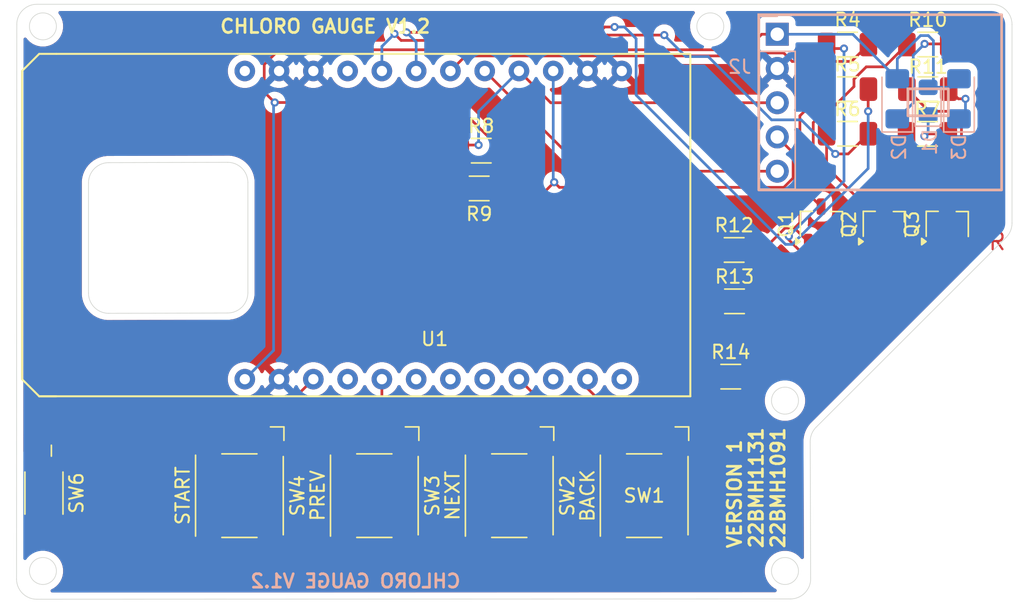
<source format=kicad_pcb>
(kicad_pcb (version 20241229) (generator "pcbnew") (generator_version "9.0")
  (layers (0 "F.Cu" signal) (2 "B.Cu" signal) (13 "F.Paste" user) (15 "B.Paste" user) (5 "F.SilkS" user "F.Silkscreen") (7 "B.SilkS" user "B.Silkscreen") (1 "F.Mask" user) (3 "B.Mask" user) (25 "Edge.Cuts" user))
  (net 0 "")
  (net 1 "GND")
  (net 2 "+5V")
  (net 3 "SCL")
  (net 4 "SDA")
  (net 5 "INT")
  (net 6 "BLUE_D13")
  (net 7 "Net-(U1-GPIO36)")
  (net 8 "Net-(U1-GPIO38)")
  (net 9 "BATT-INPUT")
  (net 10 "BATT-ESP")
  (net 12 "unconnected-(U1-GPIO12-Pad21)")
  (net 13 "+3.3V")
  (net 16 "RED_D15")
  (net 17 "NIR_D2")
  (net 18 "Net-(U1-GPIO25)")
  (net 19 "Net-(U1-GPIO27)")
  (net 22 "unconnected-(SW6-A-Pad3)")
  (net 23 "Net-(D1-K)")
  (net 24 "Net-(D2-K)")
  (net 25 "Net-(D3-K)")
  (net 26 "Net-(Q1-G)")
  (net 27 "Net-(Q1-D)")
  (net 28 "Net-(Q2-G)")
  (net 29 "Net-(Q2-D)")
  (net 30 "Net-(Q3-D)")
  (net 31 "Net-(Q3-G)")
  (footprint "Resistor_SMD:R_1206_3216Metric_Pad1.30x1.75mm_HandSolder" (layer "F.Cu") (at 148.489 91.821)
    (property "Reference" "R8" (at 0 -1.83 0) (layer "F.SilkS"))
    (property "Value" "1k")
    (fp_line (start -0.727064 -0.91) (end 0.727064 -0.91) (stroke (width 0.12)) (layer "F.SilkS"))
    (fp_line (start -0.727064 0.91) (end 0.727064 0.91) (stroke (width 0.12)) (layer "F.SilkS"))
    (pad "1" smd roundrect (at -1.55 0) (size 1.3 1.75) (layers "F.Cu" "F.Mask" "F.Paste") (roundrect_rratio 0.192308) (net 3 "SCL"))
    (pad "2" smd roundrect (at 1.55 0) (size 1.3 1.75) (layers "F.Cu" "F.Mask" "F.Paste") (roundrect_rratio 0.192308) (net 2 "+5V"))
  )
  (footprint "Package_TO_SOT_SMD:TSOT-23" (layer "F.Cu") (at 173.677 97.282 90)
    (property "Reference" "Q1" (at 0 -2.6 90) (layer "F.SilkS"))
    (property "Value" "IRLML2502")
    (fp_line (start 0.96 -1.54) (end -0.89 -1.54) (stroke (width 0.12)) (layer "F.SilkS"))
    (fp_line (start 0.96 -1.54) (end 0.96 -0.65) (stroke (width 0.12)) (layer "F.SilkS"))
    (fp_line (start 0.945 0.69) (end 0.945 1.58) (stroke (width 0.12)) (layer "F.SilkS"))
    (fp_line (start 0.945 1.58) (end -0.905 1.58) (stroke (width 0.12)) (layer "F.SilkS"))
    (fp_poly (pts (xy -1.28 -1.55) (xy -1.52 -1.88) (xy -1.04 -1.88) (xy -1.28 -1.55)) (stroke (width 0.12)) (fill yes) (layer "F.SilkS"))
    (pad "1" smd roundrect (at -1.31 -0.95 90) (size 1.22 0.65) (layers "F.Cu" "F.Mask" "F.Paste") (net 26 "Net-(Q1-G)"))
    (pad "2" smd roundrect (at -1.31 0.95 90) (size 1.22 0.65) (layers "F.Cu" "F.Mask" "F.Paste") (net 1 "GND"))
    (pad "3" smd roundrect (at 1.31 0 90) (size 1.22 0.65) (layers "F.Cu" "F.Mask" "F.Paste") (net 27 "Net-(Q1-D)"))
  )
  (footprint "Resistor_SMD:R_1206_3216Metric_Pad1.30x1.75mm_HandSolder" (layer "F.Cu") (at 148.336 94.623)
    (property "Reference" "R9" (at 0 1.897 0) (layer "F.SilkS"))
    (property "Value" "1k")
    (fp_line (start -0.727064 -0.91) (end 0.727064 -0.91) (stroke (width 0.12)) (layer "F.SilkS"))
    (fp_line (start -0.727064 0.91) (end 0.727064 0.91) (stroke (width 0.12)) (layer "F.SilkS"))
    (pad "1" smd roundrect (at -1.55 0) (size 1.3 1.75) (layers "F.Cu" "F.Mask" "F.Paste") (roundrect_rratio 0.192308) (net 4 "SDA"))
    (pad "2" smd roundrect (at 1.55 0) (size 1.3 1.75) (layers "F.Cu" "F.Mask" "F.Paste") (roundrect_rratio 0.192308) (net 2 "+5V"))
  )
  (footprint "Button_Switch_SMD:SW_SPST_Omron_B3FS-105xP" (layer "F.Cu") (at 160.564 117.411 -90)
    (property "Reference" "SW1" (at 0 0 180) (layer "F.SilkS"))
    (property "Value" "BACK" (at 0 4.2 90) (layer "F.SilkS"))
    (fp_line (start 3 3.25) (end -3 3.25) (stroke (width 0.12)) (layer "F.SilkS"))
    (fp_line (start -3.1 -1.3) (end -3.1 1.3) (stroke (width 0.12)) (layer "F.SilkS"))
    (fp_line (start 3.1 -1.3) (end 3.1 1.3) (stroke (width 0.12)) (layer "F.SilkS"))
    (fp_line (start -5.1 -2.3) (end -5.1 -3.3) (stroke (width 0.12)) (layer "F.SilkS"))
    (fp_line (start 2.9 -3.25) (end -2.9 -3.25) (stroke (width 0.12)) (layer "F.SilkS"))
    (fp_line (start -5.1 -3.3) (end -4.1 -3.3) (stroke (width 0.12)) (layer "F.SilkS"))
    (pad "1" smd rect (at -4 -2.25 90) (size 1.6 1.4) (layers "F.Cu" "F.Mask" "F.Paste") (net 7 "Net-(U1-GPIO36)"))
    (pad "1" smd rect (at 4 -2.25 90) (size 1.6 1.4) (layers "F.Cu" "F.Mask" "F.Paste"))
    (pad "2" smd rect (at -4 2.25 90) (size 1.6 1.4) (layers "F.Cu" "F.Mask" "F.Paste"))
    (pad "2" smd rect (at 4 2.25 90) (size 1.6 1.4) (layers "F.Cu" "F.Mask" "F.Paste") (net 1 "GND"))
  )
  (footprint "Button_Switch_SMD:SW_DIP_SPSTx01_Slide_Copal_CVS-01xB_W5.9mm_P1mm" (layer "F.Cu") (at 116.078 117.221 -90)
    (property "Reference" "SW6" (at 0 -2.41 90) (layer "F.SilkS"))
    (property "Value" "SW_Nidec_CAS-120A1")
    (fp_line (start -1.56 1.41) (end 1.56 1.41) (stroke (width 0.12)) (layer "F.SilkS"))
    (fp_line (start -3.55 -0.55) (end -2.74 -0.55) (stroke (width 0.12)) (layer "F.SilkS"))
    (fp_line (start -1.56 -1.41) (end 1.56 -1.41) (stroke (width 0.12)) (layer "F.SilkS"))
    (pad "1" smd roundrect (at -2.95 0 270) (size 1.2 0.5) (layers "F.Cu" "F.Mask" "F.Paste") (net 10 "BATT-ESP"))
    (pad "2" smd roundrect (at 2.95 0 270) (size 1.2 0.5) (layers "F.Cu" "F.Mask" "F.Paste") (net 9 "BATT-INPUT"))
    (pad "3" smd roundrect (at -2.15 -1 270) (size 0.7 0.7) (layers "F.Cu" "F.Mask" "F.Paste") (net 22 "unconnected-(SW6-A-Pad3)"))
    (pad "3" smd roundrect (at -2.15 1 270) (size 0.7 0.7) (layers "F.Cu" "F.Mask" "F.Paste") (net 22 "unconnected-(SW6-A-Pad3)"))
    (pad "3" smd roundrect (at 2.15 -1 270) (size 0.7 0.7) (layers "F.Cu" "F.Mask" "F.Paste") (net 22 "unconnected-(SW6-A-Pad3)"))
    (pad "3" smd roundrect (at 2.15 1 270) (size 0.7 0.7) (layers "F.Cu" "F.Mask" "F.Paste") (net 22 "unconnected-(SW6-A-Pad3)"))
  )
  (footprint "Resistor_SMD:R_1206_3216Metric_Pad1.30x1.75mm_HandSolder" (layer "F.Cu") (at 167.259 102.997)
    (property "Reference" "R13" (at 0 -1.83 0) (layer "F.SilkS"))
    (property "Value" "100K")
    (fp_line (start -0.727064 -0.91) (end 0.727064 -0.91) (stroke (width 0.12)) (layer "F.SilkS"))
    (fp_line (start -0.727064 0.91) (end 0.727064 0.91) (stroke (width 0.12)) (layer "F.SilkS"))
    (pad "1" smd roundrect (at -1.55 0) (size 1.3 1.75) (layers "F.Cu" "F.Mask" "F.Paste") (roundrect_rratio 0.192308) (net 1 "GND"))
    (pad "2" smd roundrect (at 1.55 0) (size 1.3 1.75) (layers "F.Cu" "F.Mask" "F.Paste") (roundrect_rratio 0.192308) (net 28 "Net-(Q2-G)"))
  )
  (footprint "Resistor_SMD:R_1206_3216Metric_Pad1.30x1.75mm_HandSolder" (layer "F.Cu") (at 167.233 99.187)
    (property "Reference" "R12" (at 0 -1.83 0) (layer "F.SilkS"))
    (property "Value" "100K")
    (fp_line (start -0.727064 -0.91) (end 0.727064 -0.91) (stroke (width 0.12)) (layer "F.SilkS"))
    (fp_line (start -0.727064 0.91) (end 0.727064 0.91) (stroke (width 0.12)) (layer "F.SilkS"))
    (pad "1" smd roundrect (at -1.55 0) (size 1.3 1.75) (layers "F.Cu" "F.Mask" "F.Paste") (roundrect_rratio 0.192308) (net 1 "GND"))
    (pad "2" smd roundrect (at 1.55 0) (size 1.3 1.75) (layers "F.Cu" "F.Mask" "F.Paste") (roundrect_rratio 0.192308) (net 26 "Net-(Q1-G)"))
  )
  (footprint "Resistor_SMD:R_1206_3216Metric_Pad1.30x1.75mm_HandSolder" (layer "F.Cu") (at 166.979 108.585)
    (property "Reference" "R14" (at 0 -1.83 0) (layer "F.SilkS"))
    (property "Value" "100K")
    (fp_line (start -0.727064 -0.91) (end 0.727064 -0.91) (stroke (width 0.12)) (layer "F.SilkS"))
    (fp_line (start -0.727064 0.91) (end 0.727064 0.91) (stroke (width 0.12)) (layer "F.SilkS"))
    (pad "1" smd roundrect (at -1.55 0) (size 1.3 1.75) (layers "F.Cu" "F.Mask" "F.Paste") (roundrect_rratio 0.192308) (net 1 "GND"))
    (pad "2" smd roundrect (at 1.55 0) (size 1.3 1.75) (layers "F.Cu" "F.Mask" "F.Paste") (roundrect_rratio 0.192308) (net 31 "Net-(Q3-G)"))
  )
  (footprint "Package_TO_SOT_SMD:TSOT-23" (layer "F.Cu") (at 178.342 97.282 90)
    (property "Reference" "Q2" (at 0 -2.6 90) (layer "F.SilkS"))
    (property "Value" "IRLML2502")
    (fp_line (start 0.96 -1.54) (end -0.89 -1.54) (stroke (width 0.12)) (layer "F.SilkS"))
    (fp_line (start 0.96 -1.54) (end 0.96 -0.65) (stroke (width 0.12)) (layer "F.SilkS"))
    (fp_line (start 0.945 0.69) (end 0.945 1.58) (stroke (width 0.12)) (layer "F.SilkS"))
    (fp_line (start 0.945 1.58) (end -0.905 1.58) (stroke (width 0.12)) (layer "F.SilkS"))
    (fp_poly (pts (xy -1.28 -1.55) (xy -1.52 -1.88) (xy -1.04 -1.88) (xy -1.28 -1.55)) (stroke (width 0.12)) (fill yes) (layer "F.SilkS"))
    (pad "1" smd roundrect (at -1.31 -0.95 90) (size 1.22 0.65) (layers "F.Cu" "F.Mask" "F.Paste") (net 28 "Net-(Q2-G)"))
    (pad "2" smd roundrect (at -1.31 0.95 90) (size 1.22 0.65) (layers "F.Cu" "F.Mask" "F.Paste") (net 1 "GND"))
    (pad "3" smd roundrect (at 1.31 0 90) (size 1.22 0.65) (layers "F.Cu" "F.Mask" "F.Paste") (net 29 "Net-(Q2-D)"))
  )
  (footprint "Button_Switch_SMD:SW_SPST_Omron_B3FS-105xP" (layer "F.Cu") (at 150.564 117.411 -90)
    (property "Reference" "SW2" (at 0 -4.3 90) (layer "F.SilkS"))
    (property "Value" "NEXT" (at 0 4.2 90) (layer "F.SilkS"))
    (fp_line (start 3 3.25) (end -3 3.25) (stroke (width 0.12)) (layer "F.SilkS"))
    (fp_line (start -3.1 -1.3) (end -3.1 1.3) (stroke (width 0.12)) (layer "F.SilkS"))
    (fp_line (start 3.1 -1.3) (end 3.1 1.3) (stroke (width 0.12)) (layer "F.SilkS"))
    (fp_line (start -5.1 -2.3) (end -5.1 -3.3) (stroke (width 0.12)) (layer "F.SilkS"))
    (fp_line (start 2.9 -3.25) (end -2.9 -3.25) (stroke (width 0.12)) (layer "F.SilkS"))
    (fp_line (start -5.1 -3.3) (end -4.1 -3.3) (stroke (width 0.12)) (layer "F.SilkS"))
    (pad "1" smd rect (at -4 -2.25 90) (size 1.6 1.4) (layers "F.Cu" "F.Mask" "F.Paste") (net 8 "Net-(U1-GPIO38)"))
    (pad "1" smd rect (at 4 -2.25 90) (size 1.6 1.4) (layers "F.Cu" "F.Mask" "F.Paste"))
    (pad "2" smd rect (at -4 2.25 90) (size 1.6 1.4) (layers "F.Cu" "F.Mask" "F.Paste"))
    (pad "2" smd rect (at 4 2.25 90) (size 1.6 1.4) (layers "F.Cu" "F.Mask" "F.Paste") (net 1 "GND"))
  )
  (footprint "Button_Switch_SMD:SW_SPST_Omron_B3FS-105xP" (layer "F.Cu") (at 130.564 117.411 -90)
    (property "Reference" "SW4" (at 0 -4.3 90) (layer "F.SilkS"))
    (property "Value" "START" (at 0 4.2 90) (layer "F.SilkS"))
    (fp_line (start 3 3.25) (end -3 3.25) (stroke (width 0.12)) (layer "F.SilkS"))
    (fp_line (start -3.1 -1.3) (end -3.1 1.3) (stroke (width 0.12)) (layer "F.SilkS"))
    (fp_line (start 3.1 -1.3) (end 3.1 1.3) (stroke (width 0.12)) (layer "F.SilkS"))
    (fp_line (start -5.1 -2.3) (end -5.1 -3.3) (stroke (width 0.12)) (layer "F.SilkS"))
    (fp_line (start 2.9 -3.25) (end -2.9 -3.25) (stroke (width 0.12)) (layer "F.SilkS"))
    (fp_line (start -5.1 -3.3) (end -4.1 -3.3) (stroke (width 0.12)) (layer "F.SilkS"))
    (pad "1" smd rect (at -4 -2.25 90) (size 1.6 1.4) (layers "F.Cu" "F.Mask" "F.Paste") (net 19 "Net-(U1-GPIO27)"))
    (pad "1" smd rect (at 4 -2.25 90) (size 1.6 1.4) (layers "F.Cu" "F.Mask" "F.Paste"))
    (pad "2" smd rect (at -4 2.25 90) (size 1.6 1.4) (layers "F.Cu" "F.Mask" "F.Paste") (net 1 "GND"))
    (pad "2" smd rect (at 4 2.25 90) (size 1.6 1.4) (layers "F.Cu" "F.Mask" "F.Paste") (net 1 "GND"))
  )
  (footprint "Resistor_SMD:R_1206_3216Metric_Pad1.30x1.75mm_HandSolder" (layer "F.Cu") (at 175.634 87.257)
    (property "Reference" "R5" (at 0 -1.83 0) (layer "F.SilkS"))
    (property "Value" "100R")
    (fp_line (start -0.727064 -0.91) (end 0.727064 -0.91) (stroke (width 0.12)) (layer "F.SilkS"))
    (fp_line (start -0.727064 0.91) (end 0.727064 0.91) (stroke (width 0.12)) (layer "F.SilkS"))
    (pad "1" smd roundrect (at -1.55 0) (size 1.3 1.75) (layers "F.Cu" "F.Mask" "F.Paste") (roundrect_rratio 0.192308) (net 26 "Net-(Q1-G)"))
    (pad "2" smd roundrect (at 1.55 0) (size 1.3 1.75) (layers "F.Cu" "F.Mask" "F.Paste") (roundrect_rratio 0.192308) (net 16 "RED_D15"))
  )
  (footprint "Resistor_SMD:R_1206_3216Metric_Pad1.30x1.75mm_HandSolder" (layer "F.Cu") (at 181.558 90.575)
    (property "Reference" "R7" (at 0 -1.83 0) (layer "F.SilkS"))
    (property "Value" "220R")
    (fp_line (start -0.727064 -0.91) (end 0.727064 -0.91) (stroke (width 0.12)) (layer "F.SilkS"))
    (fp_line (start -0.727064 0.91) (end 0.727064 0.91) (stroke (width 0.12)) (layer "F.SilkS"))
    (pad "1" smd roundrect (at -1.55 0) (size 1.3 1.75) (layers "F.Cu" "F.Mask" "F.Paste") (roundrect_rratio 0.192308) (net 29 "Net-(Q2-D)"))
    (pad "2" smd roundrect (at 1.55 0) (size 1.3 1.75) (layers "F.Cu" "F.Mask" "F.Paste") (roundrect_rratio 0.192308) (net 23 "Net-(D1-K)"))
  )
  (footprint "Resistor_SMD:R_1206_3216Metric_Pad1.30x1.75mm_HandSolder" (layer "F.Cu") (at 175.634 83.947)
    (property "Reference" "R4" (at 0 -1.83 0) (layer "F.SilkS"))
    (property "Value" "100R")
    (fp_line (start -0.727064 -0.91) (end 0.727064 -0.91) (stroke (width 0.12)) (layer "F.SilkS"))
    (fp_line (start -0.727064 0.91) (end 0.727064 0.91) (stroke (width 0.12)) (layer "F.SilkS"))
    (pad "1" smd roundrect (at -1.55 0) (size 1.3 1.75) (layers "F.Cu" "F.Mask" "F.Paste") (roundrect_rratio 0.192308) (net 28 "Net-(Q2-G)"))
    (pad "2" smd roundrect (at 1.55 0) (size 1.3 1.75) (layers "F.Cu" "F.Mask" "F.Paste") (roundrect_rratio 0.192308) (net 17 "NIR_D2"))
  )
  (footprint "ESP32_DEVKITS:TTGO_ESP32_TDisplay_v1.1" (layer "F.Cu") (at 114.454 110.041)
    (property "Reference" "U1" (at 30.58 -4.25 0) (layer "F.SilkS"))
    (property "Value" "TTGO_ESP32_TDisplay_v1.1" (hide yes))
    (fp_line (start 0 -24.13) (end 1.27 -25.4) (stroke (width 0.15)) (layer "F.SilkS"))
    (fp_line (start 0 -1.27) (end 0 -24.13) (stroke (width 0.15)) (layer "F.SilkS"))
    (fp_line (start 1.27 -25.4) (end 2.54 -25.4) (stroke (width 0.15)) (layer "F.SilkS"))
    (fp_line (start 1.27 0) (end 0 -1.27) (stroke (width 0.15)) (layer "F.SilkS"))
    (fp_line (start 2.54 0) (end 1.27 0) (stroke (width 0.15)) (layer "F.SilkS"))
    (fp_line (start 44.45 0) (end 1.27 0) (stroke (width 0.15)) (layer "F.SilkS"))
    (fp_line (start 45.72 -25.4) (end 2.54 -25.4) (stroke (width 0.15)) (layer "F.SilkS"))
    (fp_line (start 49.53 -25.4) (end 45.72 -25.4) (stroke (width 0.15)) (layer "F.SilkS"))
    (fp_line (start 49.53 -25.4) (end 49.53 0) (stroke (width 0.15)) (layer "F.SilkS"))
    (fp_line (start 49.53 0) (end 44.45 0) (stroke (width 0.15)) (layer "F.SilkS"))
    (pad "1" thru_hole circle (at 16.51 -1.27) (size 1.524 1.524) (drill 0.762) (layers "*.Cu" "*.Mask") (net 2 "+5V"))
    (pad "2" thru_hole circle (at 19.05 -1.27) (size 1.524 1.524) (drill 0.762) (layers "*.Cu" "*.Mask") (net 1 "GND"))
    (pad "3" thru_hole circle (at 21.59 -1.27) (size 1.524 1.524) (drill 0.762) (layers "*.Cu" "*.Mask") (net 19 "Net-(U1-GPIO27)"))
    (pad "4" thru_hole circle (at 24.13 -1.27) (size 1.524 1.524) (drill 0.762) (layers "*.Cu" "*.Mask"))
    (pad "5" thru_hole circle (at 26.67 -1.27) (size 1.524 1.524) (drill 0.762) (layers "*.Cu" "*.Mask") (net 18 "Net-(U1-GPIO25)"))
    (pad "6" thru_hole circle (at 29.21 -1.27) (size 1.524 1.524) (drill 0.762) (layers "*.Cu" "*.Mask"))
    (pad "7" thru_hole circle (at 31.75 -1.27) (size 1.524 1.524) (drill 0.762) (layers "*.Cu" "*.Mask"))
    (pad "8" thru_hole circle (at 34.29 -1.27) (size 1.524 1.524) (drill 0.762) (layers "*.Cu" "*.Mask"))
    (pad "9" thru_hole circle (at 36.83 -1.27) (size 1.524 1.524) (drill 0.762) (layers "*.Cu" "*.Mask") (net 8 "Net-(U1-GPIO38)"))
    (pad "10" thru_hole circle (at 39.37 -1.27) (size 1.524 1.524) (drill 0.762) (layers "*.Cu" "*.Mask"))
    (pad "11" thru_hole circle (at 41.91 -1.27) (size 1.524 1.524) (drill 0.762) (layers "*.Cu" "*.Mask") (net 7 "Net-(U1-GPIO36)"))
    (pad "12" thru_hole circle (at 44.45 -1.27) (size 1.524 1.524) (drill 0.762) (layers "*.Cu" "*.Mask") (net 13 "+3.3V"))
    (pad "13" thru_hole circle (at 44.45 -24.13) (size 1.524 1.524) (drill 0.762) (layers "*.Cu" "*.Mask") (net 1 "GND"))
    (pad "14" thru_hole circle (at 41.91 -24.13) (size 1.524 1.524) (drill 0.762) (layers "*.Cu" "*.Mask") (net 1 "GND"))
    (pad "15" thru_hole circle (at 39.37 -24.13) (size 1.524 1.524) (drill 0.762) (layers "*.Cu" "*.Mask") (net 4 "SDA"))
    (pad "16" thru_hole circle (at 36.83 -24.13) (size 1.524 1.524) (drill 0.762) (layers "*.Cu" "*.Mask") (net 3 "SCL"))
    (pad "17" thru_hole circle (at 34.29 -24.13) (size 1.524 1.524) (drill 0.762) (layers "*.Cu" "*.Mask") (net 5 "INT"))
    (pad "18" thru_hole circle (at 31.75 -24.13) (size 1.524 1.524) (drill 0.762) (layers "*.Cu" "*.Mask") (net 17 "NIR_D2"))
    (pad "19" thru_hole circle (at 29.21 -24.13) (size 1.524 1.524) (drill 0.762) (layers "*.Cu" "*.Mask") (net 16 "RED_D15"))
    (pad "20" thru_hole circle (at 26.67 -24.13) (size 1.524 1.524) (drill 0.762) (layers "*.Cu" "*.Mask") (net 6 "BLUE_D13"))
    (pad "21" thru_hole circle (at 24.13 -24.13) (size 1.524 1.524) (drill 0.762) (layers "*.Cu" "*.Mask") (net 12 "unconnected-(U1-GPIO12-Pad21)"))
    (pad "22" thru_hole circle (at 21.59 -24.13) (size 1.524 1.524) (drill 0.762) (layers "*.Cu" "*.Mask") (net 1 "GND"))
    (pad "23" thru_hole circle (at 19.05 -24.13) (size 1.524 1.524) (drill 0.762) (layers "*.Cu" "*.Mask") (net 1 "GND"))
    (pad "24" thru_hole circle (at 16.51 -24.13) (size 1.524 1.524) (drill 0.762) (layers "*.Cu" "*.Mask"))
  )
  (footprint "Resistor_SMD:R_1206_3216Metric_Pad1.30x1.75mm_HandSolder" (layer "F.Cu") (at 181.584 83.947)
    (property "Reference" "R10" (at 0 -1.83 0) (layer "F.SilkS"))
    (property "Value" "120R")
    (fp_line (start -0.727064 -0.91) (end 0.727064 -0.91) (stroke (width 0.12)) (layer "F.SilkS"))
    (fp_line (start -0.727064 0.91) (end 0.727064 0.91) (stroke (width 0.12)) (layer "F.SilkS"))
    (pad "1" smd roundrect (at -1.55 0) (size 1.3 1.75) (layers "F.Cu" "F.Mask" "F.Paste") (roundrect_rratio 0.192308) (net 27 "Net-(Q1-D)"))
    (pad "2" smd roundrect (at 1.55 0) (size 1.3 1.75) (layers "F.Cu" "F.Mask" "F.Paste") (roundrect_rratio 0.192308) (net 24 "Net-(D2-K)"))
  )
  (footprint "Package_TO_SOT_SMD:TSOT-23" (layer "F.Cu") (at 183.007 97.282 90)
    (property "Reference" "Q3" (at 0 -2.6 90) (layer "F.SilkS"))
    (property "Value" "IRLML2502")
    (fp_line (start 0.96 -1.54) (end -0.89 -1.54) (stroke (width 0.12)) (layer "F.SilkS"))
    (fp_line (start 0.96 -1.54) (end 0.96 -0.65) (stroke (width 0.12)) (layer "F.SilkS"))
    (fp_line (start 0.945 0.69) (end 0.945 1.58) (stroke (width 0.12)) (layer "F.SilkS"))
    (fp_line (start 0.945 1.58) (end -0.905 1.58) (stroke (width 0.12)) (layer "F.SilkS"))
    (fp_poly (pts (xy -1.28 -1.55) (xy -1.52 -1.88) (xy -1.04 -1.88) (xy -1.28 -1.55)) (stroke (width 0.12)) (fill yes) (layer "F.SilkS"))
    (pad "1" smd roundrect (at -1.31 -0.95 90) (size 1.22 0.65) (layers "F.Cu" "F.Mask" "F.Paste") (net 31 "Net-(Q3-G)"))
    (pad "2" smd roundrect (at -1.31 0.95 90) (size 1.22 0.65) (layers "F.Cu" "F.Mask" "F.Paste") (net 1 "GND"))
    (pad "3" smd roundrect (at 1.31 0 90) (size 1.22 0.65) (layers "F.Cu" "F.Mask" "F.Paste") (net 30 "Net-(Q3-D)"))
  )
  (footprint "Button_Switch_SMD:SW_SPST_Omron_B3FS-105xP" (layer "F.Cu") (at 140.564 117.411 -90)
    (property "Reference" "SW3" (at 0 -4.3 90) (layer "F.SilkS"))
    (property "Value" "PREV" (at 0 4.2 90) (layer "F.SilkS"))
    (fp_line (start 3 3.25) (end -3 3.25) (stroke (width 0.12)) (layer "F.SilkS"))
    (fp_line (start -3.1 -1.3) (end -3.1 1.3) (stroke (width 0.12)) (layer "F.SilkS"))
    (fp_line (start 3.1 -1.3) (end 3.1 1.3) (stroke (width 0.12)) (layer "F.SilkS"))
    (fp_line (start -5.1 -2.3) (end -5.1 -3.3) (stroke (width 0.12)) (layer "F.SilkS"))
    (fp_line (start 2.9 -3.25) (end -2.9 -3.25) (stroke (width 0.12)) (layer "F.SilkS"))
    (fp_line (start -5.1 -3.3) (end -4.1 -3.3) (stroke (width 0.12)) (layer "F.SilkS"))
    (pad "1" smd rect (at -4 -2.25 90) (size 1.6 1.4) (layers "F.Cu" "F.Mask" "F.Paste") (net 18 "Net-(U1-GPIO25)"))
    (pad "1" smd rect (at 4 -2.25 90) (size 1.6 1.4) (layers "F.Cu" "F.Mask" "F.Paste"))
    (pad "2" smd rect (at -4 2.25 90) (size 1.6 1.4) (layers "F.Cu" "F.Mask" "F.Paste"))
    (pad "2" smd rect (at 4 2.25 90) (size 1.6 1.4) (layers "F.Cu" "F.Mask" "F.Paste") (net 1 "GND"))
  )
  (footprint "Resistor_SMD:R_1206_3216Metric_Pad1.30x1.75mm_HandSolder" (layer "F.Cu") (at 181.584 87.257)
    (property "Reference" "R11" (at 0.026 -1.659 0) (layer "F.SilkS"))
    (property "Value" "22R")
    (fp_line (start -0.727064 -0.91) (end 0.727064 -0.91) (stroke (width 0.12)) (layer "F.SilkS"))
    (fp_line (start -0.727064 0.91) (end 0.727064 0.91) (stroke (width 0.12)) (layer "F.SilkS"))
    (pad "1" smd roundrect (at -1.55 0) (size 1.3 1.75) (layers "F.Cu" "F.Mask" "F.Paste") (roundrect_rratio 0.192308) (net 30 "Net-(Q3-D)"))
    (pad "2" smd roundrect (at 1.55 0) (size 1.3 1.75) (layers "F.Cu" "F.Mask" "F.Paste") (roundrect_rratio 0.192308) (net 25 "Net-(D3-K)"))
  )
  (footprint "Resistor_SMD:R_1206_3216Metric_Pad1.30x1.75mm_HandSolder" (layer "F.Cu") (at 175.634 90.567)
    (property "Reference" "R6" (at 0 -1.83 0) (layer "F.SilkS"))
    (property "Value" "100R")
    (fp_line (start -0.727064 -0.91) (end 0.727064 -0.91) (stroke (width 0.12)) (layer "F.SilkS"))
    (fp_line (start -0.727064 0.91) (end 0.727064 0.91) (stroke (width 0.12)) (layer "F.SilkS"))
    (pad "1" smd roundrect (at -1.55 0) (size 1.3 1.75) (layers "F.Cu" "F.Mask" "F.Paste") (roundrect_rratio 0.192308) (net 31 "Net-(Q3-G)"))
    (pad "2" smd roundrect (at 1.55 0) (size 1.3 1.75) (layers "F.Cu" "F.Mask" "F.Paste") (roundrect_rratio 0.192308) (net 6 "BLUE_D13"))
  )
  (footprint "LED_SMD:LED_1206_3216Metric_Pad1.42x1.75mm_HandSolder" (layer "B.Cu") (at 183.896 87.9745 90)
    (property "Reference" "D3" (at -3.5925 0 90) (layer "B.SilkS") (effects (justify mirror)))
    (property "Value" "BLUE")
    (fp_line (start -2.46 -1.135) (end 1.6 -1.135) (stroke (width 0.12)) (layer "B.SilkS"))
    (fp_line (start 1.6 1.135) (end -2.46 1.135) (stroke (width 0.12)) (layer "B.SilkS"))
    (fp_line (start -2.46 1.135) (end -2.46 -1.135) (stroke (width 0.12)) (layer "B.SilkS"))
    (pad "1" smd roundrect (at -1.4875 0 90) (size 1.425 1.75) (layers "B.Cu" "B.Mask" "B.Paste") (roundrect_rratio 0.175439) (net 25 "Net-(D3-K)"))
    (pad "2" smd roundrect (at 1.4875 0 90) (size 1.425 1.75) (layers "B.Cu" "B.Mask" "B.Paste") (roundrect_rratio 0.175439) (net 2 "+5V"))
  )
  (footprint "LED_SMD:LED_1206_3216Metric_Pad1.42x1.75mm_HandSolder" (layer "B.Cu") (at 179.324 87.9745 90)
    (property "Reference" "D2" (at -3.5925 0.127 90) (layer "B.SilkS") (effects (justify mirror)))
    (property "Value" "RED")
    (fp_line (start -2.46 -1.135) (end 1.6 -1.135) (stroke (width 0.12)) (layer "B.SilkS"))
    (fp_line (start 1.6 1.135) (end -2.46 1.135) (stroke (width 0.12)) (layer "B.SilkS"))
    (fp_line (start -2.46 1.135) (end -2.46 -1.135) (stroke (width 0.12)) (layer "B.SilkS"))
    (pad "1" smd roundrect (at -1.4875 0 90) (size 1.425 1.75) (layers "B.Cu" "B.Mask" "B.Paste") (roundrect_rratio 0.175439) (net 24 "Net-(D2-K)"))
    (pad "2" smd roundrect (at 1.4875 0 90) (size 1.425 1.75) (layers "B.Cu" "B.Mask" "B.Paste") (roundrect_rratio 0.175439) (net 2 "+5V"))
  )
  (footprint "LED_SMD:LED_0805_2012Metric_Pad1.15x1.40mm_HandSolder" (layer "B.Cu") (at 181.61 88.147 90)
    (property "Reference" "D1" (at -3.039 0.127 90) (layer "B.SilkS") (effects (justify mirror)))
    (property "Value" "NIR")
    (fp_line (start -1.86 -0.96) (end 1 -0.96) (stroke (width 0.12)) (layer "B.SilkS"))
    (fp_line (start 1 0.96) (end -1.86 0.96) (stroke (width 0.12)) (layer "B.SilkS"))
    (fp_line (start -1.86 0.96) (end -1.86 -0.96) (stroke (width 0.12)) (layer "B.SilkS"))
    (pad "1" smd roundrect (at -1.025 0 90) (size 1.15 1.4) (layers "B.Cu" "B.Mask" "B.Paste") (roundrect_rratio 0.217391) (net 23 "Net-(D1-K)"))
    (pad "2" smd roundrect (at 1.025 0 90) (size 1.15 1.4) (layers "B.Cu" "B.Mask" "B.Paste") (roundrect_rratio 0.217391) (net 2 "+5V"))
  )
  (footprint "Connector_PinSocket_2.54mm:PinSocket_1x05_P2.54mm_Vertical" (layer "B.Cu") (at 170.428 83.185 180)
    (property "Reference" "J2" (at 2.788 -2.413 0) (layer "B.SilkS") (effects (justify mirror)))
    (property "Value" "TSL2561" (hide yes))
    (fp_line (start 1.33 1.33) (end 1.33 0) (stroke (width 0.12)) (layer "B.SilkS"))
    (fp_line (start 1.33 -1.27) (end 1.33 -11.49) (stroke (width 0.12)) (layer "B.SilkS"))
    (fp_line (start 0 1.33) (end 1.33 1.33) (stroke (width 0.12)) (layer "B.SilkS"))
    (fp_line (start -1.33 -1.27) (end 1.33 -1.27) (stroke (width 0.12)) (layer "B.SilkS"))
    (fp_line (start -1.33 -1.27) (end -1.33 -11.49) (stroke (width 0.12)) (layer "B.SilkS"))
    (fp_line (start -1.33 -11.49) (end 1.33 -11.49) (stroke (width 0.12)) (layer "B.SilkS"))
    (pad "1" thru_hole rect (at 0 0 180) (size 1.7 1.7) (drill 1) (layers "*.Cu" "*.Mask") (net 2 "+5V"))
    (pad "2" thru_hole circle (at 0 -2.54 180) (size 1.7 1.7) (drill 1) (layers "*.Cu" "*.Mask") (net 1 "GND"))
    (pad "3" thru_hole circle (at 0 -5.08 180) (size 1.7 1.7) (drill 1) (layers "*.Cu" "*.Mask") (net 3 "SCL"))
    (pad "4" thru_hole circle (at 0 -7.62 180) (size 1.7 1.7) (drill 1) (layers "*.Cu" "*.Mask") (net 4 "SDA"))
    (pad "5" thru_hole circle (at 0 -10.16 180) (size 1.7 1.7) (drill 1) (layers "*.Cu" "*.Mask") (net 5 "INT"))
  )
  (gr_rect (start 180.11 87.235) (end 183.11 89.235) (stroke (width 0.2)) (fill no) (layer "B.SilkS"))
  (gr_rect (start 169.056 81.735) (end 187.056 94.735) (stroke (width 0.2)) (fill no) (layer "B.SilkS"))
  (gr_arc (start 114.064 82.461) (mid 114.50334 81.40034) (end 115.564 80.961) (stroke (width 0.05)) (layer "Edge.Cuts"))
  (gr_line (start 115.54731 125.094324) (end 171.405739 125.0715) (stroke (width 0.05)) (layer "Edge.Cuts"))
  (gr_line (start 172.869699 113.400245) (end 172.903788 123.634981) (stroke (width 0.05)) (layer "Edge.Cuts"))
  (gr_arc (start 186.327081 80.960909) (mid 187.387741 81.400249) (end 187.827081 82.460909) (stroke (width 0.05)) (layer "Edge.Cuts"))
  (gr_line (start 129.695086 103.861989) (end 120.88 103.886) (stroke (width 0.05)) (layer "Edge.Cuts"))
  (gr_line (start 119.38 102.386) (end 119.38 94.21) (stroke (width 0.05)) (layer "Edge.Cuts"))
  (gr_arc (start 187.827081 97.195219) (mid 187.7129 97.769244) (end 187.387741 98.255879) (stroke (width 0.05)) (layer "Edge.Cuts"))
  (gr_arc (start 119.38 94.21) (mid 119.81934 93.14934) (end 120.875914 92.710011) (stroke (width 0.05)) (layer "Edge.Cuts"))
  (gr_line (start 115.564 80.961) (end 186.327081 80.960909) (stroke (width 0.05)) (layer "Edge.Cuts"))
  (gr_circle (center 171 110.363) (end 172 110.363) (stroke (width 0.05)) (fill no) (layer "Edge.Cuts"))
  (gr_line (start 187.827081 97.195219) (end 187.827081 82.460909) (stroke (width 0.05)) (layer "Edge.Cuts"))
  (gr_circle (center 116 123) (end 117 123) (stroke (width 0.05)) (fill no) (layer "Edge.Cuts"))
  (gr_arc (start 172.869699 113.400245) (mid 172.982917 112.823532) (end 173.309031 112.334589) (stroke (width 0.05)) (layer "Edge.Cuts"))
  (gr_line (start 173.309031 112.334589) (end 187.387741 98.255879) (stroke (width 0.05)) (layer "Edge.Cuts"))
  (gr_circle (center 171 123) (end 172 123) (stroke (width 0.05)) (fill no) (layer "Edge.Cuts"))
  (gr_circle (center 165.465 82.6) (end 166.465 82.6) (stroke (width 0.05)) (fill no) (layer "Edge.Cuts"))
  (gr_arc (start 115.54731 125.094324) (mid 114.485989 124.654999) (end 114.046634 123.593691) (stroke (width 0.05)) (layer "Edge.Cuts"))
  (gr_line (start 131.191 94.186) (end 131.191 102.362) (stroke (width 0.05)) (layer "Edge.Cuts"))
  (gr_arc (start 131.191 102.362) (mid 130.75166 103.42266) (end 129.695086 103.861989) (stroke (width 0.05)) (layer "Edge.Cuts"))
  (gr_arc (start 172.903789 123.634981) (mid 172.443323 124.65416) (end 171.405739 125.0715) (stroke (width 0.05)) (layer "Edge.Cuts"))
  (gr_circle (center 116 82.6) (end 117 82.6) (stroke (width 0.05)) (fill no) (layer "Edge.Cuts"))
  (gr_line (start 114.064 82.461) (end 114.046634 123.593691) (stroke (width 0.05)) (layer "Edge.Cuts"))
  (gr_arc (start 129.691 92.686) (mid 130.75166 93.12534) (end 131.191 94.186) (stroke (width 0.05)) (layer "Edge.Cuts"))
  (gr_arc (start 120.88 103.886) (mid 119.81934 103.44666) (end 119.38 102.386) (stroke (width 0.05)) (layer "Edge.Cuts"))
  (gr_line (start 120.875914 92.710011) (end 129.691 92.686) (stroke (width 0.05)) (layer "Edge.Cuts"))
  (gr_text "100R" (at 184.912 98.552 0) (layer "F.Cu") (effects (font (size 1.27 1.27))))
  (gr_text "CHLORO GAUGE V1.2" (at 129.032 83.185 0) (layer "F.SilkS") (effects (font (size 1 1) (thickness 0.2) (bold yes)) (justify left bottom)))
  (gr_text "VERSION 1\n22BMH1131\n22BMH1091\n" (at 171.069 121.412 90) (layer "F.SilkS") (effects (font (size 1 1) (thickness 0.2) (bold yes)) (justify left bottom)))
  (gr_text "CHLORO GAUGE V1.2" (at 147.066 124.333 0) (layer "B.SilkS") (effects (font (size 1 1) (thickness 0.2) (bold yes)) (justify left bottom mirror)))
  (segment (start 165.582 103.126) (end 165.582 103.493) (width 0.2) (layer "F.Cu") (net 1))
  (segment (start 165.683 99.187) (end 165.582 99.288) (width 0.2) (layer "F.Cu") (net 1))
  (segment (start 165.582 103.493) (end 165.709 103.366) (width 0.2) (layer "F.Cu") (net 1))
  (segment (start 133.504 108.771) (end 128.864 113.411) (width 0.2) (layer "F.Cu") (net 1))
  (segment (start 156.504 85.8645) (end 156.457 85.818) (width 0.2) (layer "F.Cu") (net 1))
  (segment (start 165.709 103.366) (end 165.709 102.997) (width 0.2) (layer "F.Cu") (net 1))
  (segment (start 158.95 85.8645) (end 159.09 85.725) (width 0.2) (layer "F.Cu") (net 1))
  (segment (start 165.429 108.585) (end 165.582 108.432) (width 0.2) (layer "F.Cu") (net 1))
  (segment (start 128.314 121.411) (end 128.314 113.411) (width 0.2) (layer "F.Cu") (net 1))
  (segment (start 156.457 85.818) (end 156.364 85.911) (width 0.2) (layer "F.Cu") (net 1))
  (segment (start 128.864 113.411) (end 128.314 113.411) (width 0.2) (layer "F.Cu") (net 1))
  (segment (start 158.904 85.911) (end 158.95 85.8645) (width 0.2) (layer "F.Cu") (net 1))
  (segment (start 133.65 108.624) (end 133.796 108.478) (width 0.2) (layer "B.Cu") (net 1))
  (segment (start 133.504 108.771) (end 133.577 108.698) (width 0.2) (layer "B.Cu") (net 1))
  (segment (start 133.796 86.2035) (end 133.504 85.911) (width 0.2) (layer "B.Cu") (net 1))
  (segment (start 135.752 86.2035) (end 136.044 85.911) (width 0.2) (layer "B.Cu") (net 1))
  (segment (start 133.577 108.698) (end 133.65 108.624) (width 0.2) (layer "B.Cu") (net 1))
  (segment (start 150.039 94.47) (end 149.886 94.623) (width 0.2) (layer "F.Cu") (net 2))
  (segment (start 133.5 84.3367) (end 132.404 85.4326) (width 0.2) (layer "F.Cu") (net 2))
  (segment (start 146.467 88.249) (end 150.039 91.821) (width 0.2) (layer "F.Cu") (net 2))
  (segment (start 132.404 87.4717) (end 133.182 88.249) (width 0.2) (layer "F.Cu") (net 2))
  (segment (start 132.404 85.4326) (end 132.404 87.4717) (width 0.2) (layer "F.Cu") (net 2))
  (segment (start 169.276 83.185) (end 168.125 84.3367) (width 0.2) (layer "F.Cu") (net 2))
  (segment (start 170.428 83.185) (end 169.276 83.185) (width 0.2) (layer "F.Cu") (net 2))
  (segment (start 133.182 88.249) (end 146.467 88.249) (width 0.2) (layer "F.Cu") (net 2))
  (segment (start 150.039 91.821) (end 150.039 94.47) (width 0.2) (layer "F.Cu") (net 2))
  (segment (start 168.125 84.3367) (end 133.5 84.3367) (width 0.2) (layer "F.Cu") (net 2))
  (via (at 133.182 88.249) (size 0.6) (drill 0.3) (layers "F.Cu" "B.Cu") (net 2))
  (segment (start 183.261 87.122) (end 183.896 86.487) (width 0.2) (layer "B.Cu") (net 2))
  (segment (start 176.022 83.185) (end 170.428 83.185) (width 0.2) (layer "B.Cu") (net 2))
  (segment (start 133.096 106.639) (end 130.964 108.771) (width 0.2) (layer "B.Cu") (net 2))
  (segment (start 179.324 86.487) (end 179.324 85.0089) (width 0.2) (layer "B.Cu") (net 2))
  (segment (start 181.999 86.7332) (end 181.61 87.122) (width 0.2) (layer "B.Cu") (net 2))
  (segment (start 133.096 88.335) (end 133.096 106.639) (width 0.2) (layer "B.Cu") (net 2))
  (segment (start 181.619 83.2841) (end 181.999 83.6635) (width 0.2) (layer "B.Cu") (net 2))
  (segment (start 179.324 85.0089) (end 181.049 83.2841) (width 0.2) (layer "B.Cu") (net 2))
  (segment (start 181.049 83.2841) (end 181.619 83.2841) (width 0.2) (layer "B.Cu") (net 2))
  (segment (start 133.182 88.249) (end 133.096 88.335) (width 0.2) (layer "B.Cu") (net 2))
  (segment (start 181.61 87.122) (end 183.261 87.122) (width 0.2) (layer "B.Cu") (net 2))
  (segment (start 181.999 83.6635) (end 181.999 86.7332) (width 0.2) (layer "B.Cu") (net 2))
  (segment (start 179.324 86.487) (end 176.022 83.185) (width 0.2) (layer "B.Cu") (net 2))
  (segment (start 153.638 88.265) (end 151.284 85.911) (width 0.2) (layer "F.Cu") (net 3))
  (segment (start 170.428 88.265) (end 153.638 88.265) (width 0.2) (layer "F.Cu") (net 3))
  (segment (start 147.357 91.4027) (end 146.939 91.821) (width 0.2) (layer "F.Cu") (net 3))
  (segment (start 148.291 91.4027) (end 147.357 91.4027) (width 0.2) (layer "F.Cu") (net 3))
  (via (at 148.291 91.4027) (size 0.6) (drill 0.3) (layers "F.Cu" "B.Cu") (net 3))
  (segment (start 151.284 85.911) (end 148.291 88.9041) (width 0.2) (layer "B.Cu") (net 3))
  (segment (start 148.291 88.9041) (end 148.291 91.4027) (width 0.2) (layer "B.Cu") (net 3))
  (segment (start 153.895 94.1602) (end 152.254 95.8016) (width 0.2) (layer "F.Cu") (net 4))
  (segment (start 147.965 95.8016) (end 146.786 94.623) (width 0.2) (layer "F.Cu") (net 4))
  (segment (start 170.915 94.5419) (end 154.277 94.5419) (width 0.2) (layer "F.Cu") (net 4))
  (segment (start 170.428 90.805) (end 171.603 91.9804) (width 0.2) (layer "F.Cu") (net 4))
  (segment (start 171.603 91.9804) (end 171.603 93.8532) (width 0.2) (layer "F.Cu") (net 4))
  (segment (start 154.277 94.5419) (end 153.895 94.1602) (width 0.2) (layer "F.Cu") (net 4))
  (segment (start 152.254 95.8016) (end 147.965 95.8016) (width 0.2) (layer "F.Cu") (net 4))
  (segment (start 171.603 93.8532) (end 170.915 94.5419) (width 0.2) (layer "F.Cu") (net 4))
  (via (at 153.895 94.1602) (size 0.6) (drill 0.3) (layers "F.Cu" "B.Cu") (net 4))
  (segment (start 153.824 94.0889) (end 153.824 85.911) (width 0.2) (layer "B.Cu") (net 4))
  (segment (start 153.895 94.1602) (end 153.824 94.0889) (width 0.2) (layer "B.Cu") (net 4))
  (segment (start 156.178 93.345) (end 148.744 85.911) (width 0.2) (layer "F.Cu") (net 5))
  (segment (start 170.428 93.345) (end 156.178 93.345) (width 0.2) (layer "F.Cu") (net 5))
  (segment (start 157.657 83.4129) (end 157.822 83.2481) (width 0.2) (layer "F.Cu") (net 6))
  (segment (start 157.426 83.6439) (end 157.657 83.4129) (width 0.2) (layer "F.Cu") (net 6))
  (segment (start 157.657 83.4129) (end 157.822 83.2481) (width 0.2) (layer "F.Cu") (net 6))
  (segment (start 175.688 92.0626) (end 174.729 92.0626) (width 0.2) (layer "F.Cu") (net 6))
  (segment (start 142.059 83.1544) (end 142.549 83.6439) (width 0.2) (layer "F.Cu") (net 6))
  (segment (start 142.549 83.6439) (end 157.426 83.6439) (width 0.2) (layer "F.Cu") (net 6))
  (segment (start 162.052 83.2481) (end 157.822 83.2481) (width 0.2) (layer "F.Cu") (net 6))
  (segment (start 174.729 92.0626) (end 174.729 92.0627) (width 0.2) (layer "F.Cu") (net 6))
  (segment (start 177.184 90.567) (end 175.688 92.0626) (width 0.2) (layer "F.Cu") (net 6))
  (via (at 142.059 83.1544) (size 0.6) (drill 0.3) (layers "F.Cu" "B.Cu") (net 6))
  (via (at 162.052 83.2481) (size 0.6) (drill 0.3) (layers "F.Cu" "B.Cu") (net 6))
  (via (at 174.729 92.0627) (size 0.6) (drill 0.3) (layers "F.Cu" "B.Cu") (net 6))
  (segment (start 165.308 84.8414) (end 170.002 89.535) (width 0.2) (layer "B.Cu") (net 6))
  (segment (start 172.201 89.535) (end 174.729 92.0627) (width 0.2) (layer "B.Cu") (net 6))
  (segment (start 163.6453 84.8414) (end 165.308 84.8414) (width 0.2) (layer "B.Cu") (net 6))
  (segment (start 162.052 83.2481) (end 163.6453 84.8414) (width 0.2) (layer "B.Cu") (net 6))
  (segment (start 170.002 89.535) (end 172.201 89.535) (width 0.2) (layer "B.Cu") (net 6))
  (segment (start 141.124 84.0898) (end 141.124 85.911) (width 0.2) (layer "B.Cu") (net 6))
  (segment (start 142.059 83.1544) (end 141.124 84.0898) (width 0.2) (layer "B.Cu") (net 6))
  (segment (start 157.857 110.952) (end 156.364 109.459) (width 0.2) (layer "F.Cu") (net 7))
  (segment (start 160.355 110.952) (end 157.857 110.952) (width 0.2) (layer "F.Cu") (net 7))
  (segment (start 156.364 109.459) (end 156.364 108.771) (width 0.2) (layer "F.Cu") (net 7))
  (segment (start 162.814 113.411) (end 160.355 110.952) (width 0.2) (layer "F.Cu") (net 7))
  (segment (start 152.814 113.411) (end 152.814 110.301) (width 0.2) (layer "F.Cu") (net 8))
  (segment (start 152.814 110.301) (end 151.284 108.771) (width 0.2) (layer "F.Cu") (net 8))
  (segment (start 138.584 85.911) (end 138.91 85.911) (width 0.2) (layer "F.Cu") (net 12))
  (segment (start 157.6359 82.6481) (end 157.2418 83.0422) (width 0.2) (layer "F.Cu") (net 16))
  (segment (start 158.368616 82.6481) (end 157.6359 82.6481) (width 0.2) (layer "F.Cu") (net 16))
  (segment (start 177.165 87.276) (end 177.165 88.773) (width 0.2) (layer "F.Cu") (net 16))
  (segment (start 157.2418 83.0422) (end 142.949 83.0422) (width 0.2) (layer "F.Cu") (net 16))
  (segment (start 177.184 87.257) (end 177.165 87.276) (width 0.2) (layer "F.Cu") (net 16))
  (via (at 177.165 88.9) (size 0.6) (drill 0.3) (layers "F.Cu" "B.Cu") (net 16))
  (via (at 158.368616 82.6481) (size 0.6) (drill 0.3) (layers "F.Cu" "B.Cu") (net 16))
  (via (at 142.949 83.0422) (size 0.6) (drill 0.3) (layers "F.Cu" "B.Cu") (net 16))
  (segment (start 171.535943 98.7695) (end 177.165 93.140443) (width 0.2) (layer "B.Cu") (net 16))
  (segment (start 158.368616 82.6481) (end 159.1021 82.6481) (width 0.2) (layer "B.Cu") (net 16))
  (segment (start 159.967 87.698443) (end 171.038057 98.7695) (width 0.2) (layer "B.Cu") (net 16))
  (segment (start 159.1021 82.6481) (end 159.967 83.513) (width 0.2) (layer "B.Cu") (net 16))
  (segment (start 143.664 83.757) (end 142.949 83.0422) (width 0.2) (layer "B.Cu") (net 16))
  (segment (start 177.165 93.140443) (end 177.165 88.9) (width 0.2) (layer "B.Cu") (net 16))
  (segment (start 171.038057 98.7695) (end 171.535943 98.7695) (width 0.2) (layer "B.Cu") (net 16))
  (segment (start 143.664 85.911) (end 143.664 83.757) (width 0.2) (layer "B.Cu") (net 16))
  (segment (start 159.967 83.513) (end 159.967 87.698443) (width 0.2) (layer "B.Cu") (net 16))
  (segment (start 169.404 84.5733) (end 169.185 84.7927) (width 0.2) (layer "F.Cu") (net 17))
  (segment (start 171.532 85.2007) (end 170.905 84.5733) (width 0.2) (layer "F.Cu") (net 17))
  (segment (start 177.184 83.947) (end 175.93 85.2007) (width 0.2) (layer "F.Cu") (net 17))
  (segment (start 170.905 84.5733) (end 169.404 84.5733) (width 0.2) (layer "F.Cu") (net 17))
  (segment (start 147.322 84.7927) (end 146.204 85.911) (width 0.2) (layer "F.Cu") (net 17))
  (segment (start 169.185 84.7927) (end 147.322 84.7927) (width 0.2) (layer "F.Cu") (net 17))
  (segment (start 175.93 85.2007) (end 171.532 85.2007) (width 0.2) (layer "F.Cu") (net 17))
  (segment (start 141.124 110.475) (end 141.124 108.771) (width 0.2) (layer "F.Cu") (net 18))
  (segment (start 142.814 112.165) (end 141.124 110.475) (width 0.2) (layer "F.Cu") (net 18))
  (segment (start 142.814 113.411) (end 142.814 112.165) (width 0.2) (layer "F.Cu") (net 18))
  (segment (start 132.814 112.001) (end 136.044 108.771) (width 0.2) (layer "F.Cu") (net 19))
  (segment (start 132.814 113.411) (end 132.814 112.001) (width 0.2) (layer "F.Cu") (net 19))
  (segment (start 116.095 115.173) (end 115.18 115.173) (width 0.2) (layer "F.Cu") (net 22))
  (segment (start 115.18 115.173) (end 115.078 115.071) (width 0.2) (layer "F.Cu") (net 22))
  (segment (start 116.971 119.264) (end 117.078 119.371) (width 0.2) (layer "F.Cu") (net 22))
  (segment (start 115.185 119.264) (end 116.095 119.264) (width 0.2) (layer "F.Cu") (net 22))
  (segment (start 116.095 119.264) (end 116.971 119.264) (width 0.2) (layer "F.Cu") (net 22))
  (segment (start 116.095 119.264) (end 116.095 115.173) (width 0.2) (layer "F.Cu") (net 22))
  (segment (start 115.078 119.371) (end 115.185 119.264) (width 0.2) (layer "F.Cu") (net 22))
  (segment (start 116.976 115.173) (end 116.095 115.173) (width 0.2) (layer "F.Cu") (net 22))
  (segment (start 117.078 115.071) (end 116.976 115.173) (width 0.2) (layer "F.Cu") (net 22))
  (segment (start 181.498 90.575) (end 181.334 90.7396) (width 0.2) (layer "F.Cu") (net 23))
  (segment (start 183.108 90.575) (end 181.498 90.575) (width 0.2) (layer "F.Cu") (net 23))
  (via (at 181.334 90.7396) (size 0.6) (drill 0.3) (layers "F.Cu" "B.Cu") (net 23))
  (segment (start 181.334 90.7396) (end 181.61 90.4634) (width 0.2) (layer "B.Cu") (net 23))
  (segment (start 181.61 90.4634) (end 181.61 89.172) (width 0.2) (layer "B.Cu") (net 23))
  (segment (start 183.089 83.902) (end 183.134 83.947) (width 0.2) (layer "F.Cu") (net 24))
  (segment (start 181.347 83.902) (end 183.089 83.902) (width 0.2) (layer "F.Cu") (net 24))
  (via (at 181.347 83.902) (size 0.6) (drill 0.3) (layers "F.Cu" "B.Cu") (net 24))
  (segment (start 179.324 89.462) (end 180.504 88.2821) (width 0.2) (layer "B.Cu") (net 24))
  (segment (start 180.504 84.7449) (end 181.347 83.902) (width 0.2) (layer "B.Cu") (net 24))
  (segment (start 180.504 88.2821) (end 180.504 84.7449) (width 0.2) (layer "B.Cu") (net 24))
  (segment (start 184.376 87.9745) (end 183.852 87.9745) (width 0.2) (layer "F.Cu") (net 25))
  (segment (start 183.852 87.9745) (end 183.134 87.257) (width 0.2) (layer "F.Cu") (net 25))
  (via (at 184.376 87.9745) (size 0.6) (drill 0.3) (layers "F.Cu" "B.Cu") (net 25))
  (segment (start 183.896 89.462) (end 184.376 88.9816) (width 0.2) (layer "B.Cu") (net 25))
  (segment (start 184.376 88.9816) (end 184.376 87.9745) (width 0.2) (layer "B.Cu") (net 25))
  (segment (start 168.682 99.8843) (end 169.081 99.4852) (width 0.2) (layer "F.Cu") (net 26))
  (segment (start 168.783 99.187) (end 169.081 99.4852) (width 0.2) (layer "F.Cu") (net 26))
  (segment (start 171.702 97.5668) (end 172.727 98.592) (width 0.2) (layer "F.Cu") (net 26))
  (segment (start 172.104 97.1651) (end 172.104 89.2375) (width 0.2) (layer "F.Cu") (net 26))
  (segment (start 172.104 89.2375) (end 174.084 87.257) (width 0.2) (layer "F.Cu") (net 26))
  (segment (start 171.702 97.5668) (end 172.104 97.1651) (width 0.2) (layer "F.Cu") (net 26))
  (segment (start 171 97.5668) (end 171.702 97.5668) (width 0.2) (layer "F.Cu") (net 26))
  (segment (start 169.081 99.4852) (end 171 97.5668) (width 0.2) (layer "F.Cu") (net 26))
  (segment (start 173.094 95.3891) (end 173.094 89.7375) (width 0.2) (layer "F.Cu") (net 27))
  (segment (start 176.113 86.5173) (end 177.028 85.602) (width 0.2) (layer "F.Cu") (net 27))
  (segment (start 176.113 87.0641) (end 176.113 86.5173) (width 0.2) (layer "F.Cu") (net 27))
  (segment (start 173.442 89.3893) (end 173.788 89.3893) (width 0.2) (layer "F.Cu") (net 27))
  (segment (start 173.677 95.972) (end 173.094 95.3891) (width 0.2) (layer "F.Cu") (net 27))
  (segment (start 178.379 85.602) (end 180.034 83.947) (width 0.2) (layer "F.Cu") (net 27))
  (segment (start 177.028 85.602) (end 178.379 85.602) (width 0.2) (layer "F.Cu") (net 27))
  (segment (start 173.788 89.3893) (end 176.113 87.0641) (width 0.2) (layer "F.Cu") (net 27))
  (segment (start 173.094 89.7375) (end 173.442 89.3893) (width 0.2) (layer "F.Cu") (net 27))
  (segment (start 170.071 102.979) (end 170.071 102.997) (width 0.2) (layer "F.Cu") (net 28))
  (segment (start 172.612 100.438) (end 170.071 102.979) (width 0.2) (layer "F.Cu") (net 28))
  (segment (start 172.612 99.7617) (end 172.612 100.438) (width 0.2) (layer "F.Cu") (net 28))
  (segment (start 171.287 98.4361) (end 171.287 98.1685) (width 0.2) (layer "F.Cu") (net 28))
  (segment (start 174.383 84.2457) (end 174.084 83.947) (width 0.2) (layer "F.Cu") (net 28))
  (segment (start 172.612 99.7617) (end 171.287 98.4361) (width 0.2) (layer "F.Cu") (net 28))
  (segment (start 176.222 99.7617) (end 172.612 99.7617) (width 0.2) (layer "F.Cu") (net 28))
  (segment (start 177.392 98.592) (end 176.222 99.7617) (width 0.2) (layer "F.Cu") (net 28))
  (segment (start 170.071 102.997) (end 168.809 102.997) (width 0.2) (layer "F.Cu") (net 28))
  (segment (start 175.374 84.2457) (end 174.383 84.2457) (width 0.2) (layer "F.Cu") (net 28))
  (via (at 171.287 98.1685) (size 0.6) (drill 0.3) (layers "F.Cu" "B.Cu") (net 28))
  (via (at 175.374 84.2457) (size 0.6) (drill 0.3) (layers "F.Cu" "B.Cu") (net 28))
  (segment (start 175.374 94.0812) (end 175.374 84.2457) (width 0.2) (layer "B.Cu") (net 28))
  (segment (start 171.287 98.1685) (end 175.374 94.0812) (width 0.2) (layer "B.Cu") (net 28))
  (segment (start 180.008 90.575) (end 178.342 92.241) (width 0.2) (layer "F.Cu") (net 29))
  (segment (start 178.342 92.241) (end 178.342 95.972) (width 0.2) (layer "F.Cu") (net 29))
  (segment (start 183.253 88.903) (end 181.68 88.903) (width 0.2) (layer "F.Cu") (net 30))
  (segment (start 184.08 89.7299) (end 183.253 88.903) (width 0.2) (layer "F.Cu") (net 30))
  (segment (start 184.08 94.8987) (end 184.08 89.7299) (width 0.2) (layer "F.Cu") (net 30))
  (segment (start 183.007 95.972) (end 184.08 94.8987) (width 0.2) (layer "F.Cu") (net 30))
  (segment (start 181.68 88.903) (end 180.034 87.257) (width 0.2) (layer "F.Cu") (net 30))
  (segment (start 171.202 108.585) (end 180.261 99.526) (width 0.2) (layer "F.Cu") (net 31))
  (segment (start 174.084 90.567) (end 174.084 93.0411) (width 0.2) (layer "F.Cu") (net 31))
  (segment (start 184.622 97.9564) (end 184.622 99.2606) (width 0.2) (layer "F.Cu") (net 31))
  (segment (start 180.261 99.526) (end 182.991 99.526) (width 0.2) (layer "F.Cu") (net 31))
  (segment (start 182.991 99.526) (end 182.057 98.592) (width 0.2) (layer "F.Cu") (net 31))
  (segment (start 184.357 99.526) (end 182.991 99.526) (width 0.2) (layer "F.Cu") (net 31))
  (segment (start 183.587 96.9215) (end 184.622 97.9564) (width 0.2) (layer "F.Cu") (net 31))
  (segment (start 174.084 93.0411) (end 177.964 96.9215) (width 0.2) (layer "F.Cu") (net 31))
  (segment (start 168.529 108.585) (end 171.202 108.585) (width 0.2) (layer "F.Cu") (net 31))
  (segment (start 184.622 99.2606) (end 184.357 99.526) (width 0.2) (layer "F.Cu") (net 31))
  (segment (start 177.964 96.9215) (end 183.587 96.9215) (width 0.2) (layer "F.Cu") (net 31))
  (zone (net 1) (net_name "GND") (layer "F.Cu") (connect_pads (clearance 0.5)) (min_thickness 0.25) (fill yes (thermal_gap 0.5) (thermal_bridge_width 0.5))
    (polygon (pts (xy 113.919 80.645) (xy 188.722 80.645) (xy 188.722 124.968) (xy 187.579 126.111) (xy 113.792 126.111) (xy 113.411 125.73) (xy 113.411 81.153)))
  )
  (zone (net 1) (net_name "GND") (layer "B.Cu") (priority 1) (connect_pads (clearance 0.5)) (min_thickness 0.25) (fill yes (thermal_gap 0.5) (thermal_bridge_width 0.5))
    (polygon (pts (xy 113.919 80.645) (xy 188.722 80.645) (xy 188.722 126.111) (xy 113.411 126.111) (xy 113.03 125.73) (xy 113.03 81.534)))
  )
)
</source>
